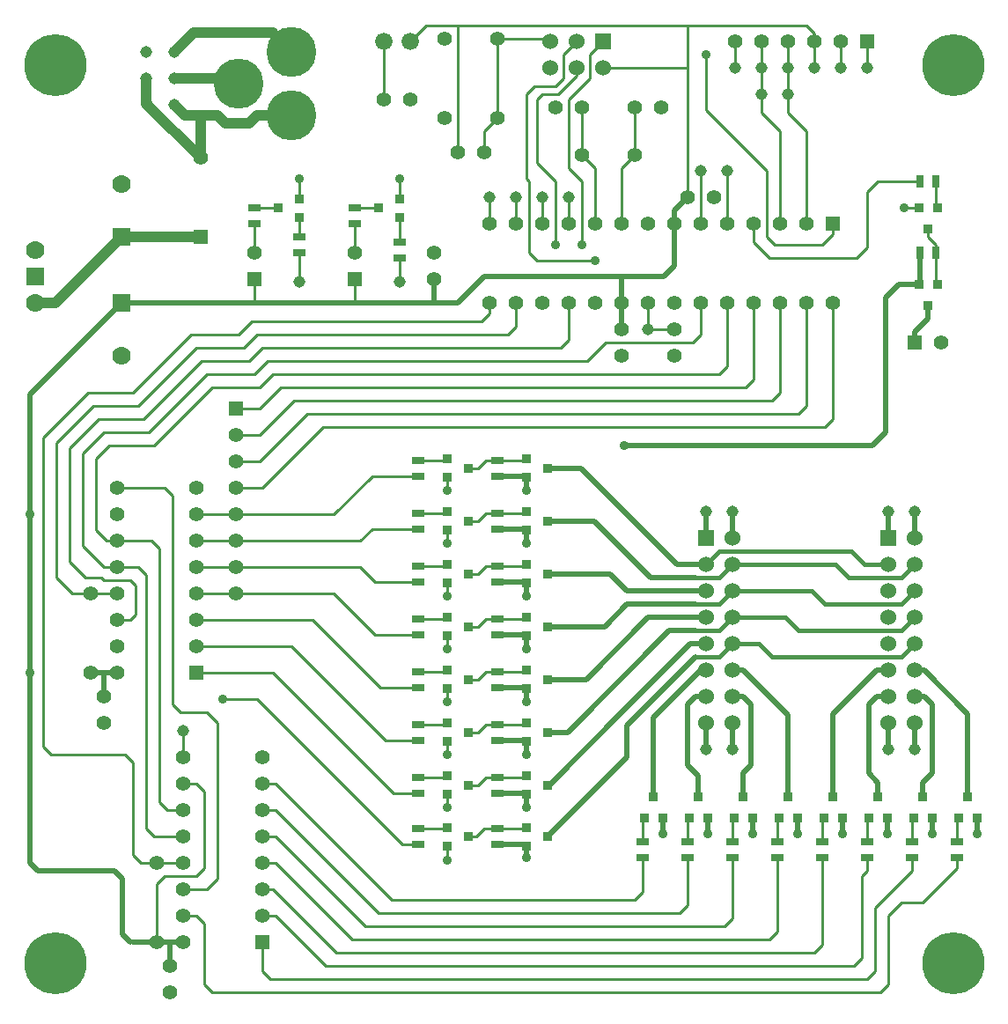
<source format=gtl>
G04 (created by PCBNEW-RS274X (2012-01-19 BZR 3256)-stable) date 5/20/2013 9:38:39 PM*
G01*
G70*
G90*
%MOIN*%
G04 Gerber Fmt 3.4, Leading zero omitted, Abs format*
%FSLAX34Y34*%
G04 APERTURE LIST*
%ADD10C,0.006000*%
%ADD11C,0.055000*%
%ADD12R,0.036000X0.036000*%
%ADD13R,0.045000X0.025000*%
%ADD14R,0.025000X0.045000*%
%ADD15R,0.055000X0.055000*%
%ADD16C,0.045000*%
%ADD17R,0.060000X0.060000*%
%ADD18C,0.060000*%
%ADD19C,0.066000*%
%ADD20C,0.056000*%
%ADD21R,0.070000X0.070000*%
%ADD22C,0.070000*%
%ADD23C,0.235000*%
%ADD24C,0.189000*%
%ADD25C,0.035000*%
%ADD26C,0.010000*%
%ADD27C,0.020000*%
%ADD28C,0.018000*%
%ADD29C,0.040000*%
G04 APERTURE END LIST*
G54D10*
G54D11*
X55500Y-27500D03*
X53500Y-27500D03*
X55500Y-24500D03*
X53500Y-24500D03*
G54D12*
X56600Y-45100D03*
X56600Y-44400D03*
X57400Y-44750D03*
X56600Y-47100D03*
X56600Y-46400D03*
X57400Y-46750D03*
X56600Y-41100D03*
X56600Y-40400D03*
X57400Y-40750D03*
X56600Y-43100D03*
X56600Y-42400D03*
X57400Y-42750D03*
X56600Y-49100D03*
X56600Y-48400D03*
X57400Y-48750D03*
X71450Y-33800D03*
X72150Y-33800D03*
X71800Y-34600D03*
X56600Y-51100D03*
X56600Y-50400D03*
X57400Y-50750D03*
X56600Y-53100D03*
X56600Y-52400D03*
X57400Y-52750D03*
X56600Y-55050D03*
X56600Y-54350D03*
X57400Y-54700D03*
X53600Y-51100D03*
X53600Y-50400D03*
X54400Y-50750D03*
X61750Y-54000D03*
X61050Y-54000D03*
X61400Y-53200D03*
X53600Y-49100D03*
X53600Y-48400D03*
X54400Y-48750D03*
X53600Y-47100D03*
X53600Y-46400D03*
X54400Y-46750D03*
X53600Y-45100D03*
X53600Y-44400D03*
X54400Y-44750D03*
X53600Y-43100D03*
X53600Y-42400D03*
X54400Y-42750D03*
X53600Y-41100D03*
X53600Y-40400D03*
X54400Y-40750D03*
X53600Y-53100D03*
X53600Y-52400D03*
X54400Y-52750D03*
X53600Y-55050D03*
X53600Y-54350D03*
X54400Y-54700D03*
X63450Y-54000D03*
X62750Y-54000D03*
X63100Y-53200D03*
X65150Y-54000D03*
X64450Y-54000D03*
X64800Y-53200D03*
X66850Y-54000D03*
X66150Y-54000D03*
X66500Y-53200D03*
X68550Y-54000D03*
X67850Y-54000D03*
X68200Y-53200D03*
X70250Y-54000D03*
X69550Y-54000D03*
X69900Y-53200D03*
X71950Y-54000D03*
X71250Y-54000D03*
X71600Y-53200D03*
X73650Y-54000D03*
X72950Y-54000D03*
X73300Y-53200D03*
X71450Y-30900D03*
X72150Y-30900D03*
X71800Y-31700D03*
G54D13*
X55500Y-51050D03*
X55500Y-50450D03*
X55500Y-49050D03*
X55500Y-48450D03*
X55500Y-53050D03*
X55500Y-52450D03*
X55500Y-41050D03*
X55500Y-40450D03*
X55500Y-43050D03*
X55500Y-42450D03*
X55500Y-45050D03*
X55500Y-44450D03*
X55500Y-47050D03*
X55500Y-46450D03*
X55500Y-55000D03*
X55500Y-54400D03*
G54D14*
X72100Y-29900D03*
X71500Y-29900D03*
X71500Y-32600D03*
X72100Y-32600D03*
G54D13*
X72900Y-54900D03*
X72900Y-55500D03*
X71200Y-54900D03*
X71200Y-55500D03*
X69500Y-54900D03*
X69500Y-55500D03*
X67800Y-54900D03*
X67800Y-55500D03*
X66100Y-54900D03*
X66100Y-55500D03*
X64400Y-54900D03*
X64400Y-55500D03*
X62700Y-54900D03*
X62700Y-55500D03*
X61000Y-54900D03*
X61000Y-55500D03*
X52500Y-54400D03*
X52500Y-55000D03*
X52500Y-50450D03*
X52500Y-51050D03*
X52500Y-48450D03*
X52500Y-49050D03*
X52500Y-46450D03*
X52500Y-47050D03*
X52500Y-44450D03*
X52500Y-45050D03*
X52500Y-42450D03*
X52500Y-43050D03*
X52500Y-40450D03*
X52500Y-41050D03*
X52500Y-52450D03*
X52500Y-53050D03*
G54D15*
X45600Y-38500D03*
G54D11*
X45600Y-39500D03*
X45600Y-40500D03*
X45600Y-41500D03*
X45600Y-42500D03*
X45600Y-43500D03*
X45600Y-44500D03*
X45600Y-45500D03*
G54D15*
X69500Y-24600D03*
G54D11*
X68500Y-24600D03*
X67500Y-24600D03*
X66500Y-24600D03*
X65500Y-24600D03*
X64500Y-24600D03*
G54D15*
X71300Y-36000D03*
G54D11*
X72300Y-36000D03*
X42600Y-58700D03*
X42600Y-55700D03*
X40100Y-48500D03*
X40100Y-45500D03*
X52200Y-26800D03*
X51200Y-26800D03*
X55000Y-28800D03*
X54000Y-28800D03*
G54D16*
X63200Y-29500D03*
X66500Y-26600D03*
X69500Y-25600D03*
X68500Y-25600D03*
X67500Y-25600D03*
X66500Y-25600D03*
X65500Y-25600D03*
X64500Y-25600D03*
X43600Y-50700D03*
X65500Y-26600D03*
X43250Y-26000D03*
X71300Y-51400D03*
X63400Y-42400D03*
X64400Y-42400D03*
X63400Y-51400D03*
X64400Y-51400D03*
X70300Y-51400D03*
X43250Y-27000D03*
X43250Y-25000D03*
X71300Y-42400D03*
X70300Y-42400D03*
X61200Y-35500D03*
X55200Y-30500D03*
X56200Y-30500D03*
G54D17*
X63400Y-43400D03*
G54D18*
X64400Y-43400D03*
X63400Y-44400D03*
X64400Y-44400D03*
X63400Y-45400D03*
X64400Y-45400D03*
X63400Y-46400D03*
X64400Y-46400D03*
X63400Y-47400D03*
X64400Y-47400D03*
X63400Y-48400D03*
X64400Y-48400D03*
X63400Y-49400D03*
X64400Y-49400D03*
X63400Y-50400D03*
X64400Y-50400D03*
G54D17*
X70300Y-43400D03*
G54D18*
X71300Y-43400D03*
X70300Y-44400D03*
X71300Y-44400D03*
X70300Y-45400D03*
X71300Y-45400D03*
X70300Y-46400D03*
X71300Y-46400D03*
X70300Y-47400D03*
X71300Y-47400D03*
X70300Y-48400D03*
X71300Y-48400D03*
X70300Y-49400D03*
X71300Y-49400D03*
X70300Y-50400D03*
X71300Y-50400D03*
G54D17*
X59500Y-24600D03*
G54D18*
X59500Y-25600D03*
X58500Y-24600D03*
X58500Y-25600D03*
X57500Y-24600D03*
X57500Y-25600D03*
G54D19*
X52200Y-24600D03*
X51200Y-24600D03*
G54D20*
X58700Y-28900D03*
X60700Y-28900D03*
G54D11*
X67200Y-31500D03*
X66200Y-31500D03*
X65200Y-31500D03*
X64200Y-31500D03*
X63200Y-31500D03*
X62200Y-31500D03*
X61200Y-31500D03*
X60200Y-31500D03*
X59200Y-31500D03*
X58200Y-31500D03*
X57200Y-31500D03*
X56200Y-31500D03*
X55200Y-31500D03*
G54D15*
X68200Y-31500D03*
G54D11*
X55200Y-34500D03*
X56200Y-34500D03*
X57200Y-34500D03*
X58200Y-34500D03*
X59200Y-34500D03*
X60200Y-34500D03*
X61200Y-34500D03*
X62200Y-34500D03*
X63200Y-34500D03*
X64200Y-34500D03*
X65200Y-34500D03*
X66200Y-34500D03*
X67200Y-34500D03*
X68200Y-34500D03*
G54D15*
X44100Y-48500D03*
G54D11*
X44100Y-47500D03*
X44100Y-46500D03*
X44100Y-45500D03*
X44100Y-44500D03*
X44100Y-43500D03*
X44100Y-42500D03*
X44100Y-41500D03*
X41100Y-41500D03*
X41100Y-42500D03*
X41100Y-43500D03*
X41100Y-44500D03*
X41100Y-45500D03*
X41100Y-46500D03*
X41100Y-47500D03*
X41100Y-48500D03*
G54D15*
X46600Y-58700D03*
G54D11*
X46600Y-57700D03*
X46600Y-56700D03*
X46600Y-55700D03*
X46600Y-54700D03*
X46600Y-53700D03*
X46600Y-52700D03*
X46600Y-51700D03*
X43600Y-51700D03*
X43600Y-52700D03*
X43600Y-53700D03*
X43600Y-54700D03*
X43600Y-55700D03*
X43600Y-56700D03*
X43600Y-57700D03*
X43600Y-58700D03*
G54D15*
X44250Y-32000D03*
G54D11*
X44250Y-29000D03*
G54D21*
X41250Y-34500D03*
G54D22*
X41250Y-36500D03*
G54D21*
X41250Y-32000D03*
G54D22*
X41250Y-30000D03*
G54D11*
X58700Y-27100D03*
X57700Y-27100D03*
X60700Y-27100D03*
X61700Y-27100D03*
X62200Y-35500D03*
X62200Y-36500D03*
X60200Y-35500D03*
X60200Y-36500D03*
X62700Y-30500D03*
X63700Y-30500D03*
X40600Y-49400D03*
X40600Y-50400D03*
X43100Y-59600D03*
X43100Y-60600D03*
G54D23*
X38750Y-25500D03*
X38750Y-59500D03*
X72750Y-59500D03*
X72750Y-25500D03*
G54D16*
X42200Y-26000D03*
X42200Y-25000D03*
X64200Y-29500D03*
X58200Y-30500D03*
X57200Y-30500D03*
G54D24*
X47700Y-25000D03*
X47700Y-27400D03*
X45700Y-26200D03*
G54D12*
X51800Y-30550D03*
X51800Y-31250D03*
X51000Y-30900D03*
X48000Y-30550D03*
X48000Y-31250D03*
X47200Y-30900D03*
G54D13*
X50100Y-31500D03*
X50100Y-30900D03*
X51800Y-32200D03*
X51800Y-32800D03*
X46300Y-31500D03*
X46300Y-30900D03*
X48000Y-32000D03*
X48000Y-32600D03*
G54D15*
X50100Y-33600D03*
G54D11*
X50100Y-32600D03*
G54D15*
X46300Y-33600D03*
G54D11*
X46300Y-32600D03*
G54D16*
X51800Y-33700D03*
X48000Y-33700D03*
G54D22*
X38000Y-34500D03*
G54D21*
X38000Y-33500D03*
G54D22*
X38000Y-32500D03*
G54D11*
X53100Y-33600D03*
X53100Y-32600D03*
G54D25*
X45100Y-49500D03*
X58700Y-32300D03*
X57700Y-32300D03*
X63400Y-25100D03*
X59200Y-32900D03*
X56600Y-55500D03*
X56600Y-43600D03*
X60300Y-39900D03*
X56600Y-41600D03*
X56600Y-45600D03*
X56600Y-49600D03*
X56600Y-47600D03*
X56600Y-51600D03*
X56600Y-53600D03*
X37800Y-48500D03*
X37800Y-42500D03*
X51800Y-29800D03*
X71950Y-54600D03*
X53600Y-51600D03*
X48000Y-29800D03*
X63450Y-54600D03*
X53600Y-45600D03*
X70900Y-30900D03*
X53600Y-55600D03*
X53600Y-53600D03*
X53600Y-49600D03*
X66850Y-54600D03*
X70250Y-54600D03*
X73650Y-54600D03*
X53600Y-47600D03*
X53600Y-41600D03*
X53600Y-43600D03*
X61750Y-54600D03*
X65150Y-54600D03*
X68550Y-54600D03*
G54D26*
X68500Y-24600D02*
X68500Y-25600D01*
G54D27*
X68200Y-50050D02*
X68200Y-53200D01*
X70300Y-48400D02*
X69850Y-48400D01*
X69850Y-48400D02*
X68200Y-50050D01*
X73300Y-50050D02*
X73300Y-53200D01*
X71650Y-48400D02*
X73300Y-50050D01*
X71300Y-48400D02*
X71650Y-48400D01*
X69550Y-52300D02*
X69900Y-52650D01*
X69550Y-49700D02*
X69550Y-52300D01*
X70300Y-49400D02*
X69850Y-49400D01*
X69900Y-52650D02*
X69900Y-53200D01*
X69850Y-49400D02*
X69550Y-49700D01*
X71600Y-52650D02*
X71600Y-53200D01*
X71950Y-52300D02*
X71600Y-52650D01*
X71950Y-49700D02*
X71950Y-52300D01*
X71300Y-49400D02*
X71650Y-49400D01*
X71650Y-49400D02*
X71950Y-49700D01*
X63400Y-48400D02*
X63200Y-48400D01*
X63200Y-48400D02*
X61400Y-50200D01*
X61400Y-50200D02*
X61400Y-53200D01*
X64800Y-48400D02*
X66500Y-50100D01*
X66500Y-50100D02*
X66500Y-53200D01*
X64400Y-48400D02*
X64800Y-48400D01*
X62700Y-52000D02*
X63100Y-52400D01*
X63100Y-52400D02*
X63100Y-53200D01*
X62700Y-49700D02*
X62700Y-52000D01*
X63000Y-49400D02*
X62700Y-49700D01*
X63400Y-49400D02*
X63000Y-49400D01*
X65100Y-49700D02*
X65100Y-52000D01*
X64800Y-49400D02*
X65100Y-49700D01*
X65100Y-52000D02*
X64800Y-52300D01*
X64800Y-52300D02*
X64800Y-53200D01*
X64400Y-49400D02*
X64800Y-49400D01*
G54D26*
X49300Y-42500D02*
X50750Y-41050D01*
X44100Y-42500D02*
X45600Y-42500D01*
X50750Y-41050D02*
X52500Y-41050D01*
X45600Y-42500D02*
X49300Y-42500D01*
X44100Y-43500D02*
X45600Y-43500D01*
X45600Y-43500D02*
X50300Y-43500D01*
X50300Y-43500D02*
X50750Y-43050D01*
X50750Y-43050D02*
X52500Y-43050D01*
X44100Y-44500D02*
X45600Y-44500D01*
X50300Y-44500D02*
X50850Y-45050D01*
X45600Y-44500D02*
X50300Y-44500D01*
X50850Y-45050D02*
X52500Y-45050D01*
X45600Y-45500D02*
X49300Y-45500D01*
X44100Y-45500D02*
X45600Y-45500D01*
X50850Y-47050D02*
X52500Y-47050D01*
X49300Y-45500D02*
X50850Y-47050D01*
X46400Y-49500D02*
X51700Y-54800D01*
X45100Y-49500D02*
X46400Y-49500D01*
X51700Y-54800D02*
X51900Y-55000D01*
X51900Y-55000D02*
X52500Y-55000D01*
X48500Y-46500D02*
X51050Y-49050D01*
X44100Y-46500D02*
X48500Y-46500D01*
X51050Y-49050D02*
X52500Y-49050D01*
X47700Y-47500D02*
X51250Y-51050D01*
X44100Y-47500D02*
X47700Y-47500D01*
X51250Y-51050D02*
X52500Y-51050D01*
X47000Y-48500D02*
X51550Y-53050D01*
X51550Y-53050D02*
X52500Y-53050D01*
X44100Y-48500D02*
X47000Y-48500D01*
X46600Y-56700D02*
X47000Y-56700D01*
X67500Y-59100D02*
X67800Y-58800D01*
X67800Y-58800D02*
X67800Y-55500D01*
X49400Y-59100D02*
X67500Y-59100D01*
X47000Y-56700D02*
X49400Y-59100D01*
X70300Y-59900D02*
X70300Y-60300D01*
X70300Y-60300D02*
X70000Y-60600D01*
X43600Y-57700D02*
X44100Y-57700D01*
X44400Y-60300D02*
X44700Y-60600D01*
X71600Y-57200D02*
X70800Y-57200D01*
X70800Y-57200D02*
X70300Y-57700D01*
X70300Y-57700D02*
X70300Y-59900D01*
X44700Y-60600D02*
X45200Y-60600D01*
X45200Y-60600D02*
X70000Y-60600D01*
X44400Y-58000D02*
X44400Y-60300D01*
X72900Y-55900D02*
X72900Y-55500D01*
X72900Y-55900D02*
X71600Y-57200D01*
X44100Y-57700D02*
X44400Y-58000D01*
X69500Y-56000D02*
X69300Y-56200D01*
X46600Y-57700D02*
X47100Y-57700D01*
X69000Y-59600D02*
X69300Y-59300D01*
X47100Y-57700D02*
X49000Y-59600D01*
X69300Y-59300D02*
X69300Y-58400D01*
X49000Y-59600D02*
X69000Y-59600D01*
X69300Y-56200D02*
X69300Y-58400D01*
X69500Y-56000D02*
X69500Y-55500D01*
X69800Y-59000D02*
X69800Y-59800D01*
X46600Y-59800D02*
X46600Y-58700D01*
X71200Y-56000D02*
X70400Y-56800D01*
X70400Y-56800D02*
X69800Y-57400D01*
X69800Y-57400D02*
X69800Y-59000D01*
X69500Y-60100D02*
X46900Y-60100D01*
X46900Y-60100D02*
X46600Y-59800D01*
X70400Y-56800D02*
X70400Y-56800D01*
X71200Y-55500D02*
X71200Y-56000D01*
X69800Y-59800D02*
X69500Y-60100D01*
X46600Y-52700D02*
X47100Y-52700D01*
X61000Y-56800D02*
X61000Y-55500D01*
X47100Y-52700D02*
X51500Y-57100D01*
X60700Y-57100D02*
X61000Y-56800D01*
X51500Y-57100D02*
X60700Y-57100D01*
X46600Y-55700D02*
X47100Y-55700D01*
X50000Y-58600D02*
X65800Y-58600D01*
X66100Y-58300D02*
X66100Y-55500D01*
X47100Y-55700D02*
X50000Y-58600D01*
X65800Y-58600D02*
X66100Y-58300D01*
X47100Y-53700D02*
X51000Y-57600D01*
X62400Y-57600D02*
X62700Y-57300D01*
X62700Y-57300D02*
X62700Y-55500D01*
X46600Y-53700D02*
X47100Y-53700D01*
X51000Y-57600D02*
X62400Y-57600D01*
X50500Y-58100D02*
X64100Y-58100D01*
X64400Y-57800D02*
X64400Y-55500D01*
X64100Y-58100D02*
X64400Y-57800D01*
X47100Y-54700D02*
X50500Y-58100D01*
X46600Y-54700D02*
X47100Y-54700D01*
G54D28*
X69400Y-44400D02*
X70300Y-44400D01*
X63900Y-43900D02*
X68900Y-43900D01*
X68900Y-43900D02*
X69400Y-44400D01*
X63400Y-44400D02*
X63900Y-43900D01*
G54D27*
X57400Y-40750D02*
X58650Y-40750D01*
X62300Y-44400D02*
X63400Y-44400D01*
X58650Y-40750D02*
X62300Y-44400D01*
G54D28*
X68300Y-44400D02*
X64400Y-44400D01*
G54D27*
X57400Y-42750D02*
X59150Y-42750D01*
G54D28*
X70800Y-44900D02*
X68800Y-44900D01*
X63900Y-44900D02*
X63000Y-44900D01*
X68800Y-44900D02*
X68300Y-44400D01*
X63900Y-44900D02*
X64400Y-44400D01*
X71300Y-44400D02*
X70800Y-44900D01*
G54D27*
X59150Y-42750D02*
X61300Y-44900D01*
X61300Y-44900D02*
X63000Y-44900D01*
X60400Y-45400D02*
X63400Y-45400D01*
X59750Y-44750D02*
X60400Y-45400D01*
X57400Y-44750D02*
X59750Y-44750D01*
G54D28*
X67400Y-45400D02*
X64400Y-45400D01*
X70800Y-45900D02*
X67900Y-45900D01*
X63900Y-45900D02*
X64400Y-45400D01*
X71300Y-45400D02*
X70800Y-45900D01*
G54D27*
X60400Y-45900D02*
X63000Y-45900D01*
G54D28*
X63900Y-45900D02*
X63000Y-45900D01*
G54D27*
X59550Y-46750D02*
X60400Y-45900D01*
G54D28*
X67900Y-45900D02*
X67400Y-45400D01*
G54D27*
X57400Y-46750D02*
X59550Y-46750D01*
X60400Y-51400D02*
X60400Y-51500D01*
X60400Y-51500D02*
X60400Y-51700D01*
X60400Y-51700D02*
X57400Y-54700D01*
G54D28*
X71300Y-47400D02*
X70800Y-47900D01*
X65400Y-47400D02*
X64400Y-47400D01*
G54D27*
X60400Y-51500D02*
X60400Y-50500D01*
G54D28*
X63900Y-47900D02*
X63000Y-47900D01*
X65900Y-47900D02*
X65400Y-47400D01*
X70800Y-47900D02*
X65900Y-47900D01*
G54D27*
X60400Y-50500D02*
X63000Y-47900D01*
G54D28*
X63900Y-47900D02*
X64400Y-47400D01*
G54D27*
X63400Y-46400D02*
X61200Y-46400D01*
X58850Y-48750D02*
X57400Y-48750D01*
X61200Y-46400D02*
X58850Y-48750D01*
G54D28*
X70800Y-46900D02*
X66900Y-46900D01*
X71300Y-46400D02*
X70800Y-46900D01*
X66900Y-46900D02*
X66400Y-46400D01*
X66400Y-46400D02*
X64400Y-46400D01*
G54D27*
X62000Y-46900D02*
X63000Y-46900D01*
X57400Y-50750D02*
X58150Y-50750D01*
G54D28*
X63900Y-46900D02*
X64400Y-46400D01*
X63900Y-46900D02*
X63000Y-46900D01*
G54D27*
X58150Y-50750D02*
X62000Y-46900D01*
X60300Y-49900D02*
X60300Y-49900D01*
X57450Y-52750D02*
X60300Y-49900D01*
X57400Y-52750D02*
X57450Y-52750D01*
X62800Y-47400D02*
X63400Y-47400D01*
X60300Y-49900D02*
X62800Y-47400D01*
G54D26*
X65200Y-34500D02*
X65200Y-37400D01*
X46500Y-38500D02*
X45600Y-38500D01*
X64900Y-37700D02*
X65200Y-37400D01*
X46500Y-38500D02*
X47300Y-37700D01*
X47300Y-37700D02*
X64900Y-37700D01*
X46500Y-39500D02*
X47800Y-38200D01*
X65900Y-38200D02*
X66200Y-37900D01*
X66200Y-34500D02*
X66200Y-37900D01*
X47800Y-38200D02*
X65900Y-38200D01*
X46500Y-39500D02*
X45600Y-39500D01*
X67200Y-38400D02*
X67200Y-34500D01*
X46500Y-40500D02*
X48300Y-38700D01*
X45600Y-40500D02*
X46500Y-40500D01*
X48300Y-38700D02*
X66900Y-38700D01*
X66900Y-38700D02*
X67200Y-38400D01*
X67900Y-39200D02*
X68200Y-38900D01*
X48900Y-39200D02*
X67900Y-39200D01*
X46600Y-41500D02*
X48900Y-39200D01*
X46600Y-41500D02*
X45600Y-41500D01*
X68200Y-34500D02*
X68200Y-38900D01*
X58700Y-29900D02*
X58700Y-32300D01*
X41800Y-46300D02*
X41800Y-45200D01*
X59000Y-25100D02*
X59000Y-26000D01*
X41600Y-46500D02*
X41800Y-46300D01*
X39300Y-40000D02*
X40400Y-38900D01*
X58200Y-29400D02*
X58700Y-29900D01*
X58200Y-26800D02*
X58200Y-29400D01*
X57900Y-36200D02*
X58200Y-35900D01*
X59500Y-24600D02*
X59000Y-25100D01*
X46100Y-36700D02*
X44300Y-36700D01*
X41600Y-45000D02*
X40600Y-45000D01*
X46100Y-36700D02*
X46600Y-36200D01*
X58200Y-34500D02*
X58200Y-35900D01*
X40600Y-45000D02*
X40500Y-44900D01*
X59000Y-26000D02*
X58200Y-26800D01*
X41800Y-45200D02*
X41600Y-45000D01*
X41600Y-46500D02*
X41100Y-46500D01*
X39900Y-44900D02*
X39300Y-44300D01*
X40400Y-38900D02*
X42100Y-38900D01*
X40500Y-44900D02*
X39900Y-44900D01*
X39300Y-44300D02*
X39300Y-40000D01*
X46600Y-36200D02*
X57900Y-36200D01*
X44300Y-36700D02*
X42100Y-38900D01*
X57200Y-26600D02*
X57000Y-26800D01*
X57000Y-26800D02*
X57000Y-29200D01*
X57000Y-29200D02*
X57700Y-29900D01*
X57800Y-26600D02*
X57200Y-26600D01*
X58500Y-25600D02*
X58500Y-25900D01*
X57700Y-29900D02*
X57700Y-32300D01*
X57800Y-26600D02*
X58500Y-25900D01*
X57400Y-24500D02*
X57500Y-24600D01*
X63400Y-25100D02*
X63400Y-27200D01*
X67800Y-32300D02*
X68200Y-31900D01*
X65700Y-32000D02*
X66000Y-32300D01*
X68200Y-31900D02*
X68200Y-31500D01*
X55500Y-24500D02*
X55500Y-27500D01*
X55000Y-28800D02*
X55000Y-28000D01*
X65700Y-29500D02*
X65700Y-32000D01*
X55500Y-24500D02*
X57400Y-24500D01*
X63400Y-27200D02*
X65700Y-29500D01*
X55000Y-28000D02*
X55500Y-27500D01*
X66000Y-32300D02*
X67800Y-32300D01*
X64500Y-24600D02*
X64500Y-25600D01*
X67200Y-31500D02*
X67200Y-28000D01*
X66500Y-25600D02*
X66500Y-26600D01*
X67200Y-28000D02*
X66500Y-27300D01*
X66500Y-27300D02*
X66500Y-26600D01*
X66500Y-24600D02*
X66500Y-25600D01*
X57000Y-32900D02*
X59200Y-32900D01*
X58500Y-24600D02*
X58000Y-25100D01*
X58000Y-25100D02*
X58000Y-26000D01*
X58000Y-26000D02*
X57700Y-26300D01*
X56700Y-29900D02*
X56700Y-32600D01*
X56600Y-29800D02*
X56700Y-29900D01*
X57700Y-26300D02*
X56900Y-26300D01*
X56600Y-26600D02*
X56600Y-29800D01*
X56700Y-32600D02*
X57000Y-32900D01*
X56900Y-26300D02*
X56600Y-26600D01*
X65800Y-32800D02*
X69100Y-32800D01*
X69900Y-29900D02*
X71500Y-29900D01*
X65200Y-31500D02*
X65200Y-32200D01*
X69500Y-32400D02*
X69500Y-30300D01*
X65200Y-32200D02*
X65800Y-32800D01*
X69100Y-32800D02*
X69500Y-32400D01*
X69500Y-30300D02*
X69900Y-29900D01*
X65500Y-25600D02*
X65500Y-26600D01*
X66200Y-28000D02*
X65500Y-27300D01*
X65500Y-24600D02*
X65500Y-25600D01*
X66200Y-31500D02*
X66200Y-28000D01*
X65500Y-27300D02*
X65500Y-26600D01*
X60200Y-29400D02*
X60700Y-28900D01*
X60700Y-28900D02*
X60700Y-27100D01*
X60200Y-31500D02*
X60200Y-29400D01*
X58700Y-28900D02*
X58700Y-27100D01*
X59200Y-31500D02*
X59200Y-29400D01*
X59200Y-29400D02*
X58700Y-28900D01*
G54D29*
X44250Y-29000D02*
X44250Y-27400D01*
G54D26*
X56550Y-47050D02*
X56600Y-47100D01*
G54D27*
X55500Y-49050D02*
X56550Y-49050D01*
G54D29*
X44250Y-27400D02*
X44200Y-27400D01*
G54D27*
X56600Y-41100D02*
X56600Y-41600D01*
X55500Y-45050D02*
X56550Y-45050D01*
X55500Y-55000D02*
X56550Y-55000D01*
G54D26*
X56550Y-43050D02*
X56600Y-43100D01*
G54D27*
X60300Y-39900D02*
X69700Y-39900D01*
G54D26*
X56550Y-41050D02*
X56600Y-41100D01*
G54D29*
X42200Y-26950D02*
X42250Y-27000D01*
G54D27*
X56600Y-43100D02*
X56600Y-43600D01*
X56600Y-45100D02*
X56600Y-45600D01*
G54D26*
X56550Y-51050D02*
X56600Y-51100D01*
X56550Y-55000D02*
X56600Y-55050D01*
G54D29*
X44900Y-27400D02*
X45200Y-27700D01*
X46400Y-27400D02*
X47700Y-27400D01*
G54D27*
X71500Y-33750D02*
X71450Y-33800D01*
G54D29*
X45200Y-27700D02*
X46100Y-27700D01*
G54D27*
X55500Y-47050D02*
X56550Y-47050D01*
G54D29*
X44200Y-27400D02*
X43650Y-27400D01*
G54D26*
X56550Y-45050D02*
X56600Y-45100D01*
G54D27*
X55500Y-43050D02*
X56550Y-43050D01*
G54D26*
X56550Y-49050D02*
X56600Y-49100D01*
G54D29*
X44200Y-27400D02*
X44900Y-27400D01*
G54D27*
X56600Y-49100D02*
X56600Y-49600D01*
G54D29*
X46100Y-27700D02*
X46400Y-27400D01*
G54D27*
X55500Y-53050D02*
X56550Y-53050D01*
G54D29*
X44250Y-29000D02*
X42200Y-26950D01*
X43650Y-27400D02*
X43250Y-27000D01*
G54D27*
X55500Y-51050D02*
X56550Y-51050D01*
X55500Y-41050D02*
X56550Y-41050D01*
X56600Y-53100D02*
X56600Y-53600D01*
X70200Y-39400D02*
X70200Y-34300D01*
X56600Y-55050D02*
X56600Y-55500D01*
X69700Y-39900D02*
X70200Y-39400D01*
X56600Y-47100D02*
X56600Y-47600D01*
X70700Y-33800D02*
X71450Y-33800D01*
X70200Y-34300D02*
X70700Y-33800D01*
X71500Y-32600D02*
X71500Y-33750D01*
G54D26*
X56550Y-53050D02*
X56600Y-53100D01*
G54D29*
X42200Y-26950D02*
X42200Y-26000D01*
G54D27*
X56600Y-51100D02*
X56600Y-51600D01*
X37800Y-42500D02*
X37800Y-39300D01*
G54D26*
X54000Y-28800D02*
X54000Y-24000D01*
G54D27*
X41300Y-58400D02*
X41300Y-56300D01*
X41250Y-34500D02*
X46300Y-34500D01*
X40100Y-48500D02*
X40600Y-48500D01*
X62200Y-31000D02*
X62700Y-30500D01*
G54D26*
X62700Y-25600D02*
X59500Y-25600D01*
G54D27*
X53100Y-33600D02*
X53100Y-34500D01*
X41300Y-56300D02*
X41000Y-56000D01*
X37800Y-48500D02*
X37800Y-54700D01*
X53000Y-34500D02*
X54000Y-34500D01*
X50100Y-34500D02*
X53000Y-34500D01*
G54D26*
X44400Y-55900D02*
X44100Y-56200D01*
G54D27*
X43100Y-59600D02*
X43100Y-58700D01*
X53100Y-34500D02*
X53000Y-34500D01*
X61800Y-33500D02*
X60200Y-33500D01*
G54D26*
X46300Y-33600D02*
X46300Y-34500D01*
X67500Y-24600D02*
X67500Y-25600D01*
G54D27*
X37800Y-55700D02*
X37800Y-54700D01*
X60200Y-34500D02*
X60200Y-35500D01*
G54D26*
X52800Y-24000D02*
X52200Y-24600D01*
X54000Y-24000D02*
X52800Y-24000D01*
X62700Y-30500D02*
X62700Y-25600D01*
G54D27*
X54000Y-34500D02*
X55000Y-33500D01*
G54D26*
X62700Y-24000D02*
X54000Y-24000D01*
G54D27*
X41000Y-56000D02*
X38700Y-56000D01*
G54D26*
X44100Y-52700D02*
X44400Y-53000D01*
G54D27*
X37800Y-46700D02*
X37800Y-48500D01*
X40600Y-49400D02*
X40600Y-48500D01*
X60200Y-34500D02*
X60200Y-33500D01*
X40600Y-48500D02*
X41100Y-48500D01*
X46300Y-34500D02*
X50100Y-34500D01*
X62200Y-31500D02*
X62200Y-33100D01*
G54D26*
X42900Y-56200D02*
X42600Y-56500D01*
G54D27*
X37800Y-42500D02*
X37800Y-46700D01*
X62200Y-31500D02*
X62200Y-31000D01*
X38100Y-56000D02*
X37800Y-55700D01*
G54D26*
X50100Y-33600D02*
X50100Y-34500D01*
G54D27*
X37800Y-37950D02*
X41250Y-34500D01*
X42600Y-58700D02*
X43100Y-58700D01*
G54D26*
X41700Y-58700D02*
X41600Y-58700D01*
X62700Y-25600D02*
X62700Y-24000D01*
G54D27*
X41600Y-58700D02*
X41300Y-58400D01*
G54D26*
X62700Y-24000D02*
X67200Y-24000D01*
G54D27*
X37800Y-39300D02*
X37800Y-37950D01*
X41250Y-34500D02*
X41300Y-34500D01*
X41700Y-58700D02*
X42600Y-58700D01*
G54D26*
X44400Y-53000D02*
X44400Y-55900D01*
X43600Y-52700D02*
X44100Y-52700D01*
G54D27*
X38700Y-56000D02*
X38100Y-56000D01*
X62200Y-33100D02*
X61800Y-33500D01*
G54D26*
X44100Y-56200D02*
X42900Y-56200D01*
G54D27*
X43100Y-58700D02*
X43600Y-58700D01*
G54D26*
X67200Y-24000D02*
X67500Y-24300D01*
X42600Y-56500D02*
X42600Y-58700D01*
G54D27*
X55000Y-33500D02*
X60200Y-33500D01*
G54D26*
X67500Y-24300D02*
X67500Y-24600D01*
X53600Y-51100D02*
X53600Y-51600D01*
X53600Y-41100D02*
X53600Y-41600D01*
X53600Y-53100D02*
X53600Y-53600D01*
X53600Y-45100D02*
X53600Y-45600D01*
X48000Y-30550D02*
X48000Y-29800D01*
X51800Y-30550D02*
X51800Y-29800D01*
G54D27*
X73650Y-54000D02*
X73650Y-54600D01*
X71950Y-54000D02*
X71950Y-54600D01*
G54D26*
X53600Y-55050D02*
X53600Y-55600D01*
X71450Y-30900D02*
X70900Y-30900D01*
G54D27*
X70250Y-54000D02*
X70250Y-54600D01*
G54D26*
X53600Y-43100D02*
X53600Y-43600D01*
G54D29*
X47000Y-24250D02*
X47000Y-24300D01*
G54D27*
X68550Y-54000D02*
X68550Y-54600D01*
X66850Y-54000D02*
X66850Y-54600D01*
G54D29*
X43750Y-24500D02*
X44000Y-24250D01*
X46750Y-24250D02*
X47000Y-24250D01*
G54D26*
X53600Y-47100D02*
X53600Y-47600D01*
G54D29*
X43250Y-25000D02*
X43750Y-24500D01*
X44000Y-24250D02*
X46500Y-24250D01*
X47000Y-24300D02*
X47700Y-25000D01*
G54D26*
X53600Y-49100D02*
X53600Y-49600D01*
G54D27*
X63450Y-54000D02*
X63450Y-54600D01*
X65150Y-54000D02*
X65150Y-54600D01*
G54D26*
X69500Y-24600D02*
X69500Y-25600D01*
G54D27*
X61750Y-54000D02*
X61750Y-54600D01*
G54D29*
X46500Y-24250D02*
X46750Y-24250D01*
G54D26*
X43600Y-51700D02*
X43600Y-50700D01*
X61200Y-35500D02*
X62200Y-35500D01*
X61200Y-34500D02*
X61200Y-35500D01*
X55200Y-30500D02*
X55200Y-31500D01*
X63200Y-29500D02*
X63200Y-31500D01*
X56200Y-30500D02*
X56200Y-31500D01*
G54D27*
X70300Y-51400D02*
X70300Y-50400D01*
X71300Y-51400D02*
X71300Y-50400D01*
X71300Y-42400D02*
X71300Y-43400D01*
X70300Y-42400D02*
X70300Y-43400D01*
G54D29*
X38000Y-34500D02*
X38750Y-34500D01*
X38750Y-34500D02*
X41250Y-32000D01*
X44250Y-32000D02*
X41250Y-32000D01*
X43250Y-26000D02*
X45500Y-26000D01*
X45500Y-26000D02*
X45700Y-26200D01*
G54D26*
X51200Y-24600D02*
X51200Y-26800D01*
G54D27*
X63400Y-51400D02*
X63400Y-50400D01*
X63400Y-42400D02*
X63400Y-43400D01*
X64400Y-51400D02*
X64400Y-50400D01*
X64400Y-42400D02*
X64400Y-43400D01*
G54D26*
X44500Y-50000D02*
X43500Y-50000D01*
X44900Y-56300D02*
X44900Y-50400D01*
X44900Y-50400D02*
X44500Y-50000D01*
X42900Y-41500D02*
X43200Y-41800D01*
X44500Y-56700D02*
X44900Y-56300D01*
X43600Y-56700D02*
X44500Y-56700D01*
X43500Y-50000D02*
X43200Y-49700D01*
X43200Y-49500D02*
X43200Y-41800D01*
X43200Y-49700D02*
X43200Y-49500D01*
X42900Y-41500D02*
X41100Y-41500D01*
X64200Y-29500D02*
X64200Y-31500D01*
X42400Y-43500D02*
X42700Y-43800D01*
X40300Y-43100D02*
X40700Y-43500D01*
X40800Y-39900D02*
X40300Y-40400D01*
X64200Y-36900D02*
X63900Y-37200D01*
X63900Y-37200D02*
X47000Y-37200D01*
X42700Y-53400D02*
X43000Y-53700D01*
X42500Y-39900D02*
X40800Y-39900D01*
X40300Y-43000D02*
X40300Y-43100D01*
X44700Y-37700D02*
X42500Y-39900D01*
X42700Y-50000D02*
X42700Y-43800D01*
X42700Y-50000D02*
X42700Y-53400D01*
X64200Y-34500D02*
X64200Y-36900D01*
X40300Y-40400D02*
X40300Y-43000D01*
X43000Y-53700D02*
X43600Y-53700D01*
X40700Y-43500D02*
X41100Y-43500D01*
X41100Y-43500D02*
X42400Y-43500D01*
X47000Y-37200D02*
X46500Y-37700D01*
X46500Y-37700D02*
X44700Y-37700D01*
X57200Y-30500D02*
X57200Y-31500D01*
X58200Y-30500D02*
X58200Y-31500D01*
G54D27*
X71800Y-35100D02*
X71800Y-34600D01*
X71300Y-36000D02*
X71300Y-35600D01*
X71300Y-35600D02*
X71800Y-35100D01*
G54D26*
X72100Y-32300D02*
X72100Y-32600D01*
X71800Y-32000D02*
X72100Y-32300D01*
X71800Y-31700D02*
X71800Y-32000D01*
X72100Y-32600D02*
X72100Y-33750D01*
X72100Y-33750D02*
X72150Y-33800D01*
X41100Y-45500D02*
X40100Y-45500D01*
X56200Y-35400D02*
X55900Y-35700D01*
X40200Y-38400D02*
X38800Y-39800D01*
X38800Y-44900D02*
X39400Y-45500D01*
X38800Y-39800D02*
X38800Y-44900D01*
X44100Y-36200D02*
X41900Y-38400D01*
X39400Y-45500D02*
X40100Y-45500D01*
X55900Y-35700D02*
X46400Y-35700D01*
X41900Y-38400D02*
X40200Y-38400D01*
X45900Y-36200D02*
X44100Y-36200D01*
X56200Y-34500D02*
X56200Y-35400D01*
X46400Y-35700D02*
X45900Y-36200D01*
X72100Y-29900D02*
X72100Y-30850D01*
X72100Y-30850D02*
X72150Y-30900D01*
X38300Y-51300D02*
X38600Y-51600D01*
X41700Y-55400D02*
X41700Y-51900D01*
X40000Y-37900D02*
X38300Y-39600D01*
X41700Y-37900D02*
X40000Y-37900D01*
X42600Y-55700D02*
X43600Y-55700D01*
X54900Y-35200D02*
X46200Y-35200D01*
X41700Y-51900D02*
X41400Y-51600D01*
X42000Y-55700D02*
X41700Y-55400D01*
X43900Y-35700D02*
X41700Y-37900D01*
X42000Y-55700D02*
X42600Y-55700D01*
X46200Y-35200D02*
X45700Y-35700D01*
X55200Y-34900D02*
X54900Y-35200D01*
X55200Y-34500D02*
X55200Y-34900D01*
X38600Y-51600D02*
X39800Y-51600D01*
X41400Y-51600D02*
X39800Y-51600D01*
X38300Y-39600D02*
X38300Y-41800D01*
X38300Y-41800D02*
X38300Y-51300D01*
X45700Y-35700D02*
X43900Y-35700D01*
X42300Y-39400D02*
X40600Y-39400D01*
X39800Y-43700D02*
X39800Y-42800D01*
X40600Y-44500D02*
X39800Y-43700D01*
X39800Y-40200D02*
X39800Y-42800D01*
X58900Y-36700D02*
X47000Y-36700D01*
X40600Y-44500D02*
X41100Y-44500D01*
X44500Y-37200D02*
X42300Y-39400D01*
X46300Y-37200D02*
X44700Y-37200D01*
X42200Y-50000D02*
X42200Y-44800D01*
X42500Y-54700D02*
X43600Y-54700D01*
X42200Y-54400D02*
X42500Y-54700D01*
X47000Y-36700D02*
X46800Y-36700D01*
X41100Y-44500D02*
X41900Y-44500D01*
X62900Y-36000D02*
X59600Y-36000D01*
X59600Y-36000D02*
X58900Y-36700D01*
X63200Y-35700D02*
X62900Y-36000D01*
X63200Y-34500D02*
X63200Y-35700D01*
X41900Y-44500D02*
X42200Y-44800D01*
X40600Y-39400D02*
X39800Y-40200D01*
X46800Y-36700D02*
X46300Y-37200D01*
X42200Y-50000D02*
X42200Y-54400D01*
X44700Y-37200D02*
X44500Y-37200D01*
X64400Y-54900D02*
X64400Y-54050D01*
X64400Y-54050D02*
X64450Y-54000D01*
X62700Y-54050D02*
X62750Y-54000D01*
X62700Y-54900D02*
X62700Y-54050D01*
X66100Y-54050D02*
X66150Y-54000D01*
X66100Y-54900D02*
X66100Y-54050D01*
X52500Y-52450D02*
X53550Y-52450D01*
X53550Y-52450D02*
X53600Y-52400D01*
X54700Y-54700D02*
X55000Y-54400D01*
X56550Y-54400D02*
X56600Y-54350D01*
X55000Y-54400D02*
X55500Y-54400D01*
X54400Y-54700D02*
X54700Y-54700D01*
X55500Y-54400D02*
X56550Y-54400D01*
X53550Y-54400D02*
X53600Y-54350D01*
X52500Y-54400D02*
X53550Y-54400D01*
X52500Y-40450D02*
X53550Y-40450D01*
X53550Y-40450D02*
X53600Y-40400D01*
X53550Y-42450D02*
X53600Y-42400D01*
X52500Y-42450D02*
X53550Y-42450D01*
X53550Y-48450D02*
X53600Y-48400D01*
X52500Y-48450D02*
X53550Y-48450D01*
X53550Y-50450D02*
X53600Y-50400D01*
X52500Y-50450D02*
X53550Y-50450D01*
X53550Y-44450D02*
X53600Y-44400D01*
X52500Y-44450D02*
X53550Y-44450D01*
X52500Y-46450D02*
X53550Y-46450D01*
X53550Y-46450D02*
X53600Y-46400D01*
X67800Y-54050D02*
X67850Y-54000D01*
X67800Y-54900D02*
X67800Y-54050D01*
X69500Y-54900D02*
X69500Y-54050D01*
X69500Y-54050D02*
X69550Y-54000D01*
X72900Y-54050D02*
X72950Y-54000D01*
X72900Y-54900D02*
X72900Y-54050D01*
X71200Y-54900D02*
X71200Y-54050D01*
X71200Y-54050D02*
X71250Y-54000D01*
X54750Y-44750D02*
X55050Y-44450D01*
X55050Y-44450D02*
X55500Y-44450D01*
X56550Y-44450D02*
X56600Y-44400D01*
X54400Y-44750D02*
X54750Y-44750D01*
X55500Y-44450D02*
X56550Y-44450D01*
X54400Y-42750D02*
X54750Y-42750D01*
X54750Y-42750D02*
X55050Y-42450D01*
X56550Y-42450D02*
X56600Y-42400D01*
X55050Y-42450D02*
X55500Y-42450D01*
X55500Y-42450D02*
X56550Y-42450D01*
X61000Y-54050D02*
X61050Y-54000D01*
X61000Y-54900D02*
X61000Y-54050D01*
X54400Y-50750D02*
X54750Y-50750D01*
X56550Y-50450D02*
X56600Y-50400D01*
X54750Y-50750D02*
X55050Y-50450D01*
X55500Y-50450D02*
X56550Y-50450D01*
X55050Y-50450D02*
X55500Y-50450D01*
X56550Y-52450D02*
X56600Y-52400D01*
X55050Y-52450D02*
X55500Y-52450D01*
X54400Y-52750D02*
X54750Y-52750D01*
X54750Y-52750D02*
X55050Y-52450D01*
X55500Y-52450D02*
X56550Y-52450D01*
X55500Y-46450D02*
X56550Y-46450D01*
X56550Y-46450D02*
X56600Y-46400D01*
X55050Y-46450D02*
X55500Y-46450D01*
X54750Y-46750D02*
X55050Y-46450D01*
X54400Y-46750D02*
X54750Y-46750D01*
X54400Y-48750D02*
X54750Y-48750D01*
X55050Y-48450D02*
X55500Y-48450D01*
X54750Y-48750D02*
X55050Y-48450D01*
X56550Y-48450D02*
X56600Y-48400D01*
X55500Y-48450D02*
X56550Y-48450D01*
X48000Y-33700D02*
X48000Y-32600D01*
X50100Y-32600D02*
X50100Y-31500D01*
X46300Y-32600D02*
X46300Y-31500D01*
X46300Y-30900D02*
X47200Y-30900D01*
X48000Y-32000D02*
X48000Y-31250D01*
X54750Y-40750D02*
X55050Y-40450D01*
X56550Y-40450D02*
X56600Y-40400D01*
X54400Y-40750D02*
X54750Y-40750D01*
X55050Y-40450D02*
X55500Y-40450D01*
X55500Y-40450D02*
X56550Y-40450D01*
X51800Y-32200D02*
X51800Y-31250D01*
X50100Y-30900D02*
X51000Y-30900D01*
X51800Y-32800D02*
X51800Y-33700D01*
M02*

</source>
